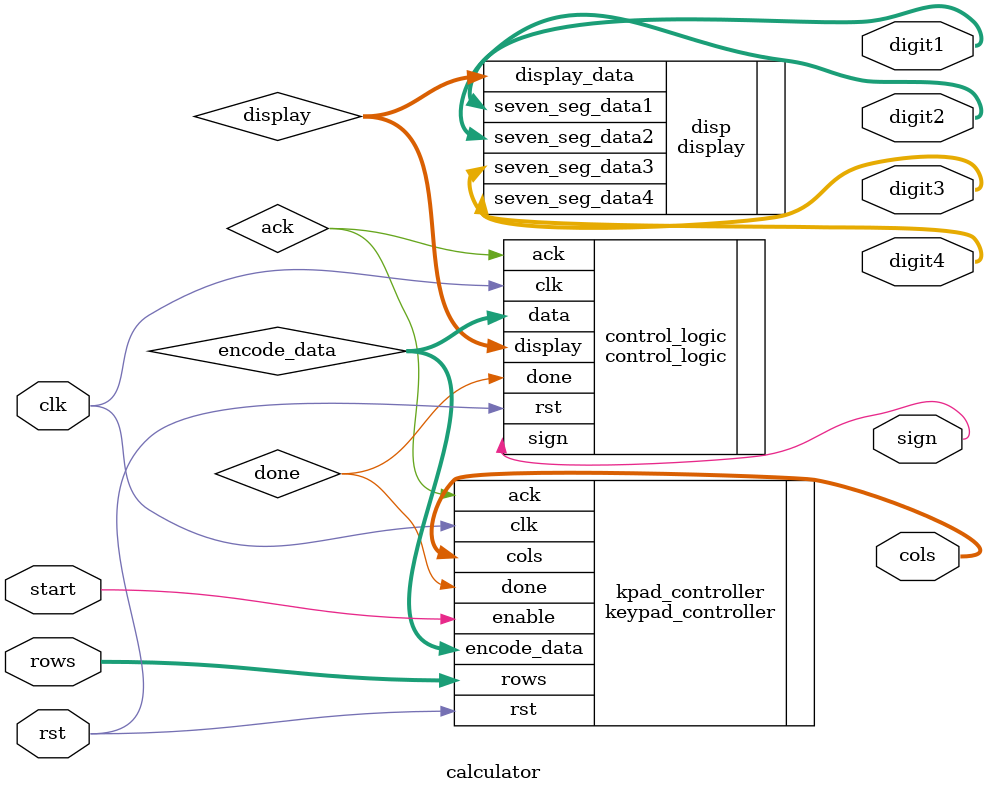
<source format=sv>
/* This is top level module for calculator which consist of keypad controller, control logic and 7-seg display
 * each display unit has 8 pins for connection and has 4 digits display.
 * --Sanket
*/
`timescale 1 ns / 1 ns
module calculator #(parameter BCDdigits = 2,parameter cols_count=4,parameter rows_count=4)(
                                                                                          input clk,rst,start,
                                                                                          output [cols_count-1:0] cols,
                                                                                          input [rows_count-1:0] rows,
                                                                                          output reg [7:0] digit1,digit2,digit3,digit4,
                                                                                          output reg sign);
  wire [BCDdigits*4*2-1:0] display;
  wire [3:0]encode_data;
  wire done,ack;

  keypad_controller kpad_controller(.clk(clk), .rst(rst), .enable(start), .ack(ack),.cols(cols),.rows(rows),.encode_data(encode_data),.done(done));
  control_logic control_logic(.data(encode_data), .clk(clk), .rst(rst), .done(done), .ack(ack), .display(display),.sign(sign));
  display disp(.display_data(display[15:0]),.seven_seg_data1(digit1),.seven_seg_data2(digit2),.seven_seg_data3(digit3),.seven_seg_data4(digit4));

 endmodule

</source>
